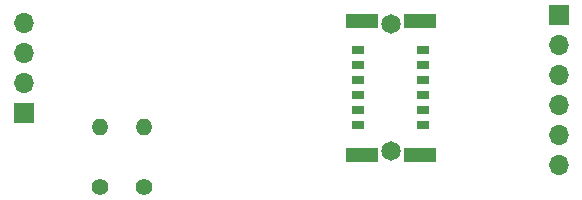
<source format=gbr>
%TF.GenerationSoftware,KiCad,Pcbnew,8.0.4*%
%TF.CreationDate,2024-09-07T22:41:43+02:00*%
%TF.ProjectId,PCB,5043422e-6b69-4636-9164-5f7063625858,rev?*%
%TF.SameCoordinates,Original*%
%TF.FileFunction,Soldermask,Top*%
%TF.FilePolarity,Negative*%
%FSLAX46Y46*%
G04 Gerber Fmt 4.6, Leading zero omitted, Abs format (unit mm)*
G04 Created by KiCad (PCBNEW 8.0.4) date 2024-09-07 22:41:43*
%MOMM*%
%LPD*%
G01*
G04 APERTURE LIST*
%ADD10C,1.400000*%
%ADD11O,1.400000X1.400000*%
%ADD12R,1.700000X1.700000*%
%ADD13O,1.700000X1.700000*%
%ADD14R,1.100000X0.800000*%
%ADD15C,1.650000*%
%ADD16R,2.700000X1.200000*%
G04 APERTURE END LIST*
D10*
%TO.C,R2*%
X155610000Y-93140000D03*
D11*
X155610000Y-88060000D03*
%TD*%
%TO.C,R1*%
X151860000Y-88090000D03*
D10*
X151860000Y-93170000D03*
%TD*%
D12*
%TO.C,J3*%
X190730000Y-78600000D03*
D13*
X190730000Y-81140000D03*
X190730000Y-83680000D03*
X190730000Y-86220000D03*
X190730000Y-88760000D03*
X190730000Y-91300000D03*
%TD*%
D12*
%TO.C,J2*%
X145450000Y-86870000D03*
D13*
X145450000Y-84330000D03*
X145450000Y-81790000D03*
X145450000Y-79250000D03*
%TD*%
D14*
%TO.C,J1*%
X179270000Y-87930000D03*
X179270000Y-86660000D03*
X179270000Y-85390000D03*
X179270000Y-84120000D03*
X179270000Y-82850000D03*
X179270000Y-81580000D03*
X173770000Y-87930000D03*
X173770000Y-86660000D03*
X173770000Y-85390000D03*
X173770000Y-84120000D03*
X173770000Y-82850000D03*
X173770000Y-81580000D03*
D15*
X176520000Y-90140000D03*
X176520000Y-79370000D03*
D16*
X178970000Y-90425000D03*
X178970000Y-79085000D03*
X174070000Y-90425000D03*
X174070000Y-79085000D03*
%TD*%
M02*

</source>
